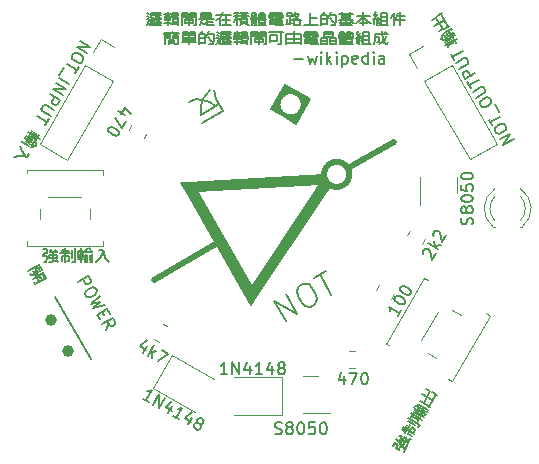
<source format=gbr>
%TF.GenerationSoftware,KiCad,Pcbnew,(6.0.5-0)*%
%TF.CreationDate,2022-06-08T15:30:44+08:00*%
%TF.ProjectId,dtl,64746c2e-6b69-4636-9164-5f7063625858,rev?*%
%TF.SameCoordinates,Original*%
%TF.FileFunction,Legend,Top*%
%TF.FilePolarity,Positive*%
%FSLAX46Y46*%
G04 Gerber Fmt 4.6, Leading zero omitted, Abs format (unit mm)*
G04 Created by KiCad (PCBNEW (6.0.5-0)) date 2022-06-08 15:30:44*
%MOMM*%
%LPD*%
G01*
G04 APERTURE LIST*
%ADD10C,0.529166*%
%ADD11C,0.200000*%
%ADD12C,0.150000*%
%ADD13C,0.120000*%
%ADD14C,1.000000*%
G04 APERTURE END LIST*
D10*
X154287624Y-57162346D02*
X154306729Y-57191923D01*
X153907597Y-56818224D02*
X153937541Y-56834874D01*
X153268190Y-58800442D02*
X153233743Y-58795266D01*
X152712024Y-56954422D02*
X152765217Y-56910919D01*
X153199587Y-56713858D02*
X153268191Y-56702389D01*
X153814686Y-58728658D02*
X153750417Y-58752972D01*
X154324917Y-57222251D02*
X154324917Y-57222251D01*
X152405430Y-57413452D02*
X152429799Y-57348308D01*
X152385490Y-58023121D02*
X152369983Y-57955976D01*
X154051536Y-58591913D02*
X153995742Y-58631801D01*
X153002065Y-58728656D02*
X152970605Y-58714969D01*
X152350042Y-57751417D02*
X152352258Y-57682933D01*
X153408375Y-58809752D02*
X153373016Y-58809162D01*
X153165744Y-58781588D02*
X153132239Y-58773116D01*
X154358151Y-57284499D02*
X154386952Y-57348310D01*
X152369983Y-57955976D02*
X152358907Y-57888159D01*
X154104726Y-56954422D02*
X154130285Y-56977492D01*
X154306729Y-57191923D02*
X154324917Y-57222251D01*
X153268191Y-56702389D02*
X153337850Y-56695429D01*
X152510022Y-58310908D02*
X152491831Y-58280584D01*
X152491831Y-58280584D02*
X152458601Y-58218334D01*
X153478901Y-58807404D02*
X153408375Y-58809752D01*
X154354633Y-57205097D02*
X158220227Y-54973293D01*
X153617163Y-56713857D02*
X153651005Y-56721244D01*
X153651005Y-56721244D02*
X153684513Y-56729716D01*
X152385490Y-57479708D02*
X152405430Y-57413452D01*
X153583007Y-56707567D02*
X153617163Y-56713857D01*
X154225058Y-57078258D02*
X154246764Y-57105498D01*
X154179214Y-57026206D02*
X154202534Y-57051824D01*
X154155124Y-57001424D02*
X154179214Y-57026206D01*
X152614216Y-57051818D02*
X152661627Y-57001426D01*
X154358150Y-58218332D02*
X154324920Y-58280582D01*
X152661628Y-58501406D02*
X152637538Y-58476625D01*
X153937541Y-56834874D02*
X153966931Y-56852481D01*
X153408376Y-56693083D02*
X153443736Y-56693672D01*
X152429801Y-58154523D02*
X152405430Y-58089379D01*
X153814687Y-56774176D02*
X153846146Y-56787864D01*
X152529125Y-58340486D02*
X152510022Y-58310908D01*
X154464494Y-57682936D02*
X154466708Y-57751418D01*
X154023949Y-56890517D02*
X154051534Y-56910918D01*
X152821008Y-56871034D02*
X152879209Y-56834873D01*
X152352258Y-57682933D02*
X152358905Y-57614672D01*
X153750417Y-58752972D02*
X153684512Y-58773114D01*
X153066332Y-56749858D02*
X153132238Y-56729719D01*
X152879209Y-58667961D02*
X152849820Y-58650354D01*
D11*
G36*
X140881443Y-58463017D02*
G01*
X152309729Y-57761892D01*
X152906107Y-58612871D01*
X146528645Y-68244257D01*
X146185951Y-68766721D01*
X140894286Y-59601283D01*
X140656822Y-59189984D01*
X141606674Y-59189984D01*
X146261687Y-67252703D01*
X151990381Y-58570096D01*
X141606674Y-59189984D01*
X140656822Y-59189984D01*
X140257631Y-58498566D01*
X140881443Y-58463017D01*
G37*
X140881443Y-58463017D02*
X152309729Y-57761892D01*
X152906107Y-58612871D01*
X146528645Y-68244257D01*
X146185951Y-68766721D01*
X140894286Y-59601283D01*
X140656822Y-59189984D01*
X141606674Y-59189984D01*
X146261687Y-67252703D01*
X151990381Y-58570096D01*
X141606674Y-59189984D01*
X140656822Y-59189984D01*
X140257631Y-58498566D01*
X140881443Y-58463017D01*
D10*
X154202533Y-58451012D02*
X154155124Y-58501406D01*
X154246764Y-57105498D02*
X154267628Y-57133533D01*
X153337849Y-58807405D02*
X153302899Y-58804490D01*
X152529126Y-57162346D02*
X152569983Y-57105498D01*
X154287625Y-58340487D02*
X154246767Y-58397335D01*
X153373016Y-58809162D02*
X153337849Y-58807405D01*
X152569987Y-58397335D02*
X152549123Y-58369302D01*
X153750416Y-56749860D02*
X153782770Y-56761502D01*
X152939624Y-56802551D02*
X153002066Y-56774175D01*
X153966931Y-56852481D02*
X153995742Y-56871033D01*
X153617162Y-58788977D02*
X153548560Y-58800443D01*
X152765218Y-58591913D02*
X152738284Y-58570608D01*
X152765217Y-56910919D02*
X152821008Y-56871034D01*
X154051534Y-56910918D02*
X154078468Y-56932224D01*
X152458601Y-58218334D02*
X152429801Y-58154523D01*
X152712025Y-58548414D02*
X152686465Y-58525340D01*
X154324920Y-58280582D02*
X154324920Y-58280582D01*
X154446769Y-57955978D02*
X154431262Y-58023125D01*
X152821009Y-58631799D02*
X152792799Y-58612314D01*
X152569983Y-57105498D02*
X152614216Y-57051818D01*
X154386951Y-58154525D02*
X154358150Y-58218332D01*
X152458600Y-57284501D02*
X152491831Y-57222249D01*
X154411321Y-58089381D02*
X154386951Y-58154525D01*
X154078468Y-56932224D02*
X154104726Y-56954422D01*
X153877126Y-58700284D02*
X153814686Y-58728658D01*
X153937542Y-58667959D02*
X153877126Y-58700284D01*
X152549123Y-58369302D02*
X152529125Y-58340486D01*
X152661627Y-57001426D02*
X152712024Y-56954422D01*
X154464493Y-57819899D02*
X154457845Y-57888161D01*
X152970605Y-58714969D02*
X152939625Y-58700282D01*
X154431261Y-57479710D02*
X154446769Y-57546856D01*
X152686465Y-58525340D02*
X152661628Y-58501406D01*
X152429799Y-57348308D02*
X152458600Y-57284501D01*
X153782770Y-56761502D02*
X153814687Y-56774176D01*
X153132239Y-58773116D02*
X153099092Y-58763571D01*
X152491831Y-57222249D02*
X152491831Y-57222249D01*
X154386952Y-57348310D02*
X154411322Y-57413452D01*
X153002066Y-56774175D02*
X153066332Y-56749858D01*
X153846146Y-56787864D02*
X153877126Y-56802552D01*
X153548560Y-58800443D02*
X153478901Y-58807404D01*
X153033982Y-58741330D02*
X153002065Y-58728656D01*
X152405430Y-58089379D02*
X152385490Y-58023121D01*
X154155124Y-58501406D02*
X154104725Y-58548413D01*
X143450927Y-63500350D02*
X137951667Y-66675352D01*
X153302899Y-58804490D02*
X153268190Y-58800442D01*
X152879209Y-56834873D02*
X152939624Y-56802551D01*
X153684512Y-58773114D02*
X153617162Y-58788977D01*
X153132238Y-56729719D02*
X153199587Y-56713858D01*
X153478903Y-56695426D02*
X153513853Y-56698337D01*
X154202534Y-57051824D02*
X154225058Y-57078258D01*
X153337850Y-56695429D02*
X153408376Y-56693083D01*
X152909153Y-58684609D02*
X152879209Y-58667961D01*
X153548561Y-56702389D02*
X153583007Y-56707567D01*
X154457846Y-57614671D02*
X154464494Y-57682936D01*
X154457845Y-57888161D02*
X154446769Y-57955978D01*
X153877126Y-56802552D02*
X153907597Y-56818224D01*
X153443736Y-56693672D02*
X153478903Y-56695426D01*
X153099092Y-58763571D02*
X153066332Y-58752970D01*
X154324917Y-57222251D02*
X154324917Y-57222251D01*
X152358905Y-57614672D02*
X152369983Y-57546859D01*
X153995742Y-58631801D02*
X153937542Y-58667959D01*
X153408376Y-56693083D02*
X153408376Y-56693083D01*
X152614218Y-58451013D02*
X152591693Y-58424574D01*
X154431262Y-58023125D02*
X154411321Y-58089381D01*
X152849820Y-58650354D02*
X152821009Y-58631799D01*
X152491831Y-57222249D02*
X152529126Y-57162346D01*
X153066332Y-58752970D02*
X153033982Y-58741330D01*
X152637538Y-58476625D02*
X152614218Y-58451013D01*
X153684513Y-56729716D02*
X153717660Y-56739262D01*
X152792799Y-58612314D02*
X152765218Y-58591913D01*
X152491831Y-58280584D02*
X152491831Y-58280584D01*
X153995742Y-56871033D02*
X154023949Y-56890517D01*
X152358907Y-57888159D02*
X152352258Y-57819899D01*
X153199589Y-58788975D02*
X153165744Y-58781588D01*
X154324917Y-57222251D02*
X154358151Y-57284499D01*
X152369983Y-57546859D02*
X152385490Y-57479708D01*
X153717660Y-56739262D02*
X153750416Y-56749860D01*
X152352258Y-57819899D02*
X152350042Y-57751417D01*
X154466708Y-57751418D02*
X154464493Y-57819899D01*
X154267628Y-57133533D02*
X154287624Y-57162346D01*
X152591693Y-58424574D02*
X152569987Y-58397335D01*
X153408375Y-58809752D02*
X153408375Y-58809752D01*
X152738284Y-58570608D02*
X152712025Y-58548414D01*
X154246767Y-58397335D02*
X154202533Y-58451012D01*
X154446769Y-57546856D02*
X154457846Y-57614671D01*
X154324920Y-58280582D02*
X154287625Y-58340487D01*
X152939625Y-58700282D02*
X152909153Y-58684609D01*
X154130285Y-56977492D02*
X154155124Y-57001424D01*
X153513853Y-56698337D02*
X153548561Y-56702389D01*
X154104725Y-58548413D02*
X154051536Y-58591913D01*
X154411322Y-57413452D02*
X154431261Y-57479710D01*
X153233743Y-58795266D02*
X153199589Y-58788975D01*
D12*
G36*
X149024754Y-50145644D02*
G01*
X151170338Y-51384398D01*
X149975247Y-53454357D01*
X148916528Y-52843106D01*
X147829662Y-52215603D01*
X148060053Y-51816555D01*
X148561880Y-51816555D01*
X148562448Y-51845293D01*
X148563942Y-51873669D01*
X148566365Y-51901701D01*
X148569713Y-51929411D01*
X148573990Y-51956817D01*
X148579193Y-51983941D01*
X148585324Y-52010800D01*
X148592382Y-52037416D01*
X148594245Y-52044230D01*
X148595937Y-52050924D01*
X148597453Y-52057458D01*
X148598790Y-52063796D01*
X148599945Y-52069899D01*
X148600913Y-52075731D01*
X148601690Y-52081253D01*
X148602275Y-52086428D01*
X148602661Y-52091219D01*
X148602847Y-52095588D01*
X148602828Y-52099495D01*
X148602600Y-52102906D01*
X148602160Y-52105782D01*
X148601504Y-52108084D01*
X148601093Y-52109009D01*
X148600628Y-52109776D01*
X148600108Y-52110382D01*
X148599530Y-52110821D01*
X148598392Y-52111408D01*
X148597404Y-52111970D01*
X148596563Y-52112502D01*
X148595872Y-52113001D01*
X148595581Y-52113238D01*
X148595329Y-52113465D01*
X148595114Y-52113682D01*
X148594936Y-52113890D01*
X148594795Y-52114086D01*
X148594692Y-52114272D01*
X148594626Y-52114447D01*
X148594598Y-52114609D01*
X148594607Y-52114761D01*
X148594654Y-52114898D01*
X148594738Y-52115023D01*
X148594860Y-52115135D01*
X148595020Y-52115233D01*
X148595216Y-52115316D01*
X148595451Y-52115386D01*
X148595723Y-52115440D01*
X148596034Y-52115479D01*
X148596381Y-52115501D01*
X148596767Y-52115507D01*
X148597190Y-52115498D01*
X148598150Y-52115426D01*
X148599262Y-52115283D01*
X148599885Y-52115274D01*
X148600565Y-52115426D01*
X148601300Y-52115735D01*
X148602088Y-52116197D01*
X148602924Y-52116808D01*
X148603809Y-52117565D01*
X148604739Y-52118465D01*
X148605712Y-52119502D01*
X148607775Y-52121977D01*
X148609983Y-52124961D01*
X148612315Y-52128425D01*
X148614751Y-52132339D01*
X148617273Y-52136673D01*
X148619862Y-52141399D01*
X148622499Y-52146485D01*
X148625166Y-52151904D01*
X148627842Y-52157625D01*
X148630509Y-52163618D01*
X148633149Y-52169855D01*
X148635741Y-52176305D01*
X148642884Y-52193160D01*
X148651506Y-52211308D01*
X148661460Y-52230535D01*
X148672606Y-52250634D01*
X148684796Y-52271395D01*
X148697891Y-52292608D01*
X148711744Y-52314066D01*
X148726213Y-52335556D01*
X148741153Y-52356871D01*
X148756421Y-52377802D01*
X148771873Y-52398138D01*
X148787365Y-52417669D01*
X148802754Y-52436188D01*
X148817897Y-52453484D01*
X148832648Y-52469348D01*
X148846866Y-52483571D01*
X148864312Y-52499637D01*
X148873330Y-52507442D01*
X148882643Y-52515163D01*
X148892330Y-52522853D01*
X148902466Y-52530563D01*
X148913125Y-52538346D01*
X148924385Y-52546255D01*
X148949012Y-52562652D01*
X148976951Y-52580172D01*
X149008810Y-52599231D01*
X149045198Y-52620243D01*
X149086580Y-52643658D01*
X149121001Y-52662487D01*
X149150263Y-52677489D01*
X149163521Y-52683793D01*
X149176165Y-52689426D01*
X149188418Y-52694482D01*
X149200505Y-52699056D01*
X149212651Y-52703244D01*
X149225081Y-52707141D01*
X149251694Y-52714441D01*
X149282141Y-52721715D01*
X149346224Y-52734453D01*
X149410132Y-52742918D01*
X149473717Y-52747157D01*
X149536827Y-52747217D01*
X149599311Y-52743144D01*
X149661020Y-52734983D01*
X149721805Y-52722781D01*
X149781512Y-52706583D01*
X149839996Y-52686437D01*
X149897104Y-52662388D01*
X149952685Y-52634483D01*
X150006591Y-52602768D01*
X150058671Y-52567289D01*
X150108774Y-52528090D01*
X150156752Y-52485222D01*
X150202452Y-52438727D01*
X150215195Y-52423853D01*
X150229067Y-52405761D01*
X150243836Y-52384873D01*
X150259276Y-52361610D01*
X150291249Y-52309646D01*
X150323155Y-52253238D01*
X150353161Y-52195759D01*
X150379438Y-52140580D01*
X150390606Y-52114906D01*
X150400154Y-52091072D01*
X150407854Y-52069498D01*
X150413477Y-52050606D01*
X150413596Y-52050675D01*
X150422863Y-52011004D01*
X150430329Y-51970586D01*
X150436011Y-51929562D01*
X150439921Y-51888075D01*
X150442072Y-51846266D01*
X150442479Y-51804279D01*
X150441154Y-51762253D01*
X150438109Y-51720334D01*
X150433360Y-51678660D01*
X150426920Y-51637378D01*
X150418800Y-51596625D01*
X150409016Y-51556545D01*
X150397581Y-51517281D01*
X150384507Y-51478975D01*
X150369809Y-51441767D01*
X150353500Y-51405802D01*
X150335095Y-51369422D01*
X150315862Y-51334556D01*
X150295742Y-51301145D01*
X150274678Y-51269132D01*
X150252611Y-51238456D01*
X150229486Y-51209060D01*
X150205244Y-51180885D01*
X150179826Y-51153871D01*
X150153177Y-51127962D01*
X150125237Y-51103098D01*
X150095950Y-51079221D01*
X150065259Y-51056270D01*
X150033104Y-51034190D01*
X149999429Y-51012920D01*
X149964176Y-50992401D01*
X149927287Y-50972577D01*
X149902493Y-50960012D01*
X149878556Y-50948441D01*
X149855344Y-50937823D01*
X149832725Y-50928122D01*
X149810566Y-50919302D01*
X149788733Y-50911322D01*
X149767095Y-50904148D01*
X149745521Y-50897743D01*
X149723874Y-50892067D01*
X149702024Y-50887084D01*
X149679839Y-50882757D01*
X149657185Y-50879049D01*
X149633930Y-50875922D01*
X149609941Y-50873338D01*
X149585085Y-50871261D01*
X149559230Y-50869653D01*
X149510178Y-50868116D01*
X149462109Y-50868742D01*
X149414978Y-50871547D01*
X149368741Y-50876546D01*
X149323353Y-50883756D01*
X149278770Y-50893192D01*
X149234947Y-50904868D01*
X149191839Y-50918803D01*
X149149402Y-50935011D01*
X149107591Y-50953508D01*
X149066360Y-50974309D01*
X149025668Y-50997431D01*
X148985465Y-51022889D01*
X148945712Y-51050698D01*
X148906360Y-51080875D01*
X148867367Y-51113435D01*
X148840602Y-51136976D01*
X148829255Y-51147309D01*
X148818969Y-51157077D01*
X148809520Y-51166570D01*
X148800685Y-51176079D01*
X148792240Y-51185899D01*
X148783963Y-51196321D01*
X148775633Y-51207638D01*
X148767024Y-51220142D01*
X148757913Y-51234123D01*
X148748080Y-51249877D01*
X148725347Y-51287870D01*
X148697041Y-51336456D01*
X148671114Y-51381577D01*
X148650378Y-51418724D01*
X148634040Y-51449631D01*
X148621313Y-51476030D01*
X148616057Y-51488081D01*
X148611407Y-51499656D01*
X148607264Y-51510969D01*
X148603531Y-51522239D01*
X148596898Y-51545515D01*
X148590717Y-51571215D01*
X148583867Y-51603568D01*
X148577945Y-51635400D01*
X148572949Y-51666730D01*
X148568881Y-51697578D01*
X148565740Y-51727965D01*
X148563525Y-51757911D01*
X148562239Y-51787434D01*
X148561880Y-51816555D01*
X148060053Y-51816555D01*
X149024754Y-50145644D01*
G37*
X149024754Y-50145644D02*
X151170338Y-51384398D01*
X149975247Y-53454357D01*
X148916528Y-52843106D01*
X147829662Y-52215603D01*
X148060053Y-51816555D01*
X148561880Y-51816555D01*
X148562448Y-51845293D01*
X148563942Y-51873669D01*
X148566365Y-51901701D01*
X148569713Y-51929411D01*
X148573990Y-51956817D01*
X148579193Y-51983941D01*
X148585324Y-52010800D01*
X148592382Y-52037416D01*
X148594245Y-52044230D01*
X148595937Y-52050924D01*
X148597453Y-52057458D01*
X148598790Y-52063796D01*
X148599945Y-52069899D01*
X148600913Y-52075731D01*
X148601690Y-52081253D01*
X148602275Y-52086428D01*
X148602661Y-52091219D01*
X148602847Y-52095588D01*
X148602828Y-52099495D01*
X148602600Y-52102906D01*
X148602160Y-52105782D01*
X148601504Y-52108084D01*
X148601093Y-52109009D01*
X148600628Y-52109776D01*
X148600108Y-52110382D01*
X148599530Y-52110821D01*
X148598392Y-52111408D01*
X148597404Y-52111970D01*
X148596563Y-52112502D01*
X148595872Y-52113001D01*
X148595581Y-52113238D01*
X148595329Y-52113465D01*
X148595114Y-52113682D01*
X148594936Y-52113890D01*
X148594795Y-52114086D01*
X148594692Y-52114272D01*
X148594626Y-52114447D01*
X148594598Y-52114609D01*
X148594607Y-52114761D01*
X148594654Y-52114898D01*
X148594738Y-52115023D01*
X148594860Y-52115135D01*
X148595020Y-52115233D01*
X148595216Y-52115316D01*
X148595451Y-52115386D01*
X148595723Y-52115440D01*
X148596034Y-52115479D01*
X148596381Y-52115501D01*
X148596767Y-52115507D01*
X148597190Y-52115498D01*
X148598150Y-52115426D01*
X148599262Y-52115283D01*
X148599885Y-52115274D01*
X148600565Y-52115426D01*
X148601300Y-52115735D01*
X148602088Y-52116197D01*
X148602924Y-52116808D01*
X148603809Y-52117565D01*
X148604739Y-52118465D01*
X148605712Y-52119502D01*
X148607775Y-52121977D01*
X148609983Y-52124961D01*
X148612315Y-52128425D01*
X148614751Y-52132339D01*
X148617273Y-52136673D01*
X148619862Y-52141399D01*
X148622499Y-52146485D01*
X148625166Y-52151904D01*
X148627842Y-52157625D01*
X148630509Y-52163618D01*
X148633149Y-52169855D01*
X148635741Y-52176305D01*
X148642884Y-52193160D01*
X148651506Y-52211308D01*
X148661460Y-52230535D01*
X148672606Y-52250634D01*
X148684796Y-52271395D01*
X148697891Y-52292608D01*
X148711744Y-52314066D01*
X148726213Y-52335556D01*
X148741153Y-52356871D01*
X148756421Y-52377802D01*
X148771873Y-52398138D01*
X148787365Y-52417669D01*
X148802754Y-52436188D01*
X148817897Y-52453484D01*
X148832648Y-52469348D01*
X148846866Y-52483571D01*
X148864312Y-52499637D01*
X148873330Y-52507442D01*
X148882643Y-52515163D01*
X148892330Y-52522853D01*
X148902466Y-52530563D01*
X148913125Y-52538346D01*
X148924385Y-52546255D01*
X148949012Y-52562652D01*
X148976951Y-52580172D01*
X149008810Y-52599231D01*
X149045198Y-52620243D01*
X149086580Y-52643658D01*
X149121001Y-52662487D01*
X149150263Y-52677489D01*
X149163521Y-52683793D01*
X149176165Y-52689426D01*
X149188418Y-52694482D01*
X149200505Y-52699056D01*
X149212651Y-52703244D01*
X149225081Y-52707141D01*
X149251694Y-52714441D01*
X149282141Y-52721715D01*
X149346224Y-52734453D01*
X149410132Y-52742918D01*
X149473717Y-52747157D01*
X149536827Y-52747217D01*
X149599311Y-52743144D01*
X149661020Y-52734983D01*
X149721805Y-52722781D01*
X149781512Y-52706583D01*
X149839996Y-52686437D01*
X149897104Y-52662388D01*
X149952685Y-52634483D01*
X150006591Y-52602768D01*
X150058671Y-52567289D01*
X150108774Y-52528090D01*
X150156752Y-52485222D01*
X150202452Y-52438727D01*
X150215195Y-52423853D01*
X150229067Y-52405761D01*
X150243836Y-52384873D01*
X150259276Y-52361610D01*
X150291249Y-52309646D01*
X150323155Y-52253238D01*
X150353161Y-52195759D01*
X150379438Y-52140580D01*
X150390606Y-52114906D01*
X150400154Y-52091072D01*
X150407854Y-52069498D01*
X150413477Y-52050606D01*
X150413596Y-52050675D01*
X150422863Y-52011004D01*
X150430329Y-51970586D01*
X150436011Y-51929562D01*
X150439921Y-51888075D01*
X150442072Y-51846266D01*
X150442479Y-51804279D01*
X150441154Y-51762253D01*
X150438109Y-51720334D01*
X150433360Y-51678660D01*
X150426920Y-51637378D01*
X150418800Y-51596625D01*
X150409016Y-51556545D01*
X150397581Y-51517281D01*
X150384507Y-51478975D01*
X150369809Y-51441767D01*
X150353500Y-51405802D01*
X150335095Y-51369422D01*
X150315862Y-51334556D01*
X150295742Y-51301145D01*
X150274678Y-51269132D01*
X150252611Y-51238456D01*
X150229486Y-51209060D01*
X150205244Y-51180885D01*
X150179826Y-51153871D01*
X150153177Y-51127962D01*
X150125237Y-51103098D01*
X150095950Y-51079221D01*
X150065259Y-51056270D01*
X150033104Y-51034190D01*
X149999429Y-51012920D01*
X149964176Y-50992401D01*
X149927287Y-50972577D01*
X149902493Y-50960012D01*
X149878556Y-50948441D01*
X149855344Y-50937823D01*
X149832725Y-50928122D01*
X149810566Y-50919302D01*
X149788733Y-50911322D01*
X149767095Y-50904148D01*
X149745521Y-50897743D01*
X149723874Y-50892067D01*
X149702024Y-50887084D01*
X149679839Y-50882757D01*
X149657185Y-50879049D01*
X149633930Y-50875922D01*
X149609941Y-50873338D01*
X149585085Y-50871261D01*
X149559230Y-50869653D01*
X149510178Y-50868116D01*
X149462109Y-50868742D01*
X149414978Y-50871547D01*
X149368741Y-50876546D01*
X149323353Y-50883756D01*
X149278770Y-50893192D01*
X149234947Y-50904868D01*
X149191839Y-50918803D01*
X149149402Y-50935011D01*
X149107591Y-50953508D01*
X149066360Y-50974309D01*
X149025668Y-50997431D01*
X148985465Y-51022889D01*
X148945712Y-51050698D01*
X148906360Y-51080875D01*
X148867367Y-51113435D01*
X148840602Y-51136976D01*
X148829255Y-51147309D01*
X148818969Y-51157077D01*
X148809520Y-51166570D01*
X148800685Y-51176079D01*
X148792240Y-51185899D01*
X148783963Y-51196321D01*
X148775633Y-51207638D01*
X148767024Y-51220142D01*
X148757913Y-51234123D01*
X148748080Y-51249877D01*
X148725347Y-51287870D01*
X148697041Y-51336456D01*
X148671114Y-51381577D01*
X148650378Y-51418724D01*
X148634040Y-51449631D01*
X148621313Y-51476030D01*
X148616057Y-51488081D01*
X148611407Y-51499656D01*
X148607264Y-51510969D01*
X148603531Y-51522239D01*
X148596898Y-51545515D01*
X148590717Y-51571215D01*
X148583867Y-51603568D01*
X148577945Y-51635400D01*
X148572949Y-51666730D01*
X148568881Y-51697578D01*
X148565740Y-51727965D01*
X148563525Y-51757911D01*
X148562239Y-51787434D01*
X148561880Y-51816555D01*
X148060053Y-51816555D01*
X149024754Y-50145644D01*
X149090415Y-70174022D02*
X148090415Y-68441972D01*
X150080159Y-69602594D01*
X149080159Y-67870543D01*
X150234859Y-67203876D02*
X150564774Y-67013400D01*
X150777350Y-67000641D01*
X151037545Y-67070360D01*
X151310500Y-67352655D01*
X151643833Y-67930006D01*
X151751831Y-68307539D01*
X151682112Y-68567734D01*
X151564774Y-68745451D01*
X151234859Y-68935927D01*
X151022283Y-68948687D01*
X150762087Y-68878968D01*
X150489133Y-68596672D01*
X150155799Y-68019322D01*
X150047802Y-67641788D01*
X150117521Y-67381593D01*
X150234859Y-67203876D01*
X151472038Y-66489591D02*
X152461782Y-65918162D01*
X152966910Y-67935927D02*
X151966910Y-66203876D01*
X128223488Y-54454060D02*
X127985393Y-54866453D01*
X127742628Y-55001221D02*
X127575961Y-55289896D01*
X127911004Y-54328632D02*
X127720528Y-54658547D01*
X127484142Y-54687027D02*
X127365094Y-54893223D01*
X127746047Y-54233394D02*
X127555570Y-54563309D01*
X127360424Y-54615598D02*
X127241376Y-54821795D01*
X127604899Y-54096917D02*
X127366804Y-54509310D01*
X126874893Y-54885134D02*
X126803464Y-55008852D01*
X128075961Y-54423870D02*
X127746047Y-54233394D01*
X128269398Y-54755494D02*
X127279655Y-54184066D01*
X128075961Y-54423870D02*
X127861675Y-54795024D01*
X127531761Y-54604548D01*
X127649099Y-54782265D02*
X127112988Y-54472741D01*
X127434813Y-55153418D02*
X127063660Y-54939133D01*
X127380814Y-55342185D02*
X126803464Y-55008852D01*
X127936065Y-55332845D02*
X127504532Y-55413614D01*
X127959874Y-55291605D02*
X127837866Y-54836263D01*
X127649099Y-54782265D02*
X127530051Y-54988461D01*
X126993940Y-54678937D01*
X127041559Y-54596459D01*
X127383775Y-56003723D02*
X127217109Y-56292399D01*
X126922054Y-56232020D01*
X126520711Y-56165262D01*
X126065369Y-56287270D01*
X127134630Y-56244780D02*
X126911004Y-56060683D01*
X126734996Y-55794108D01*
X126612988Y-55338766D01*
X137704761Y-44237619D02*
X138514285Y-44237619D01*
X138133333Y-44475714D02*
X138561904Y-44475714D01*
X138133333Y-44618571D02*
X138514285Y-44618571D01*
X137609523Y-44713809D02*
X137990476Y-44713809D01*
X138133333Y-44809047D02*
X138514285Y-44809047D01*
X138133333Y-44951904D02*
X138561904Y-44951904D01*
X137752380Y-45142380D02*
X138561904Y-45142380D01*
X137704761Y-44047142D02*
X137704761Y-44237619D01*
X137847619Y-44666190D02*
X137847619Y-45047142D01*
X138180952Y-44380476D02*
X138180952Y-45047142D01*
X138371428Y-44380476D02*
X138371428Y-44951904D01*
X137371428Y-44047142D02*
X137514285Y-44190000D01*
X137895238Y-44570952D02*
X138038095Y-44713809D01*
X137657142Y-44428095D02*
X137800000Y-44523333D01*
X137371428Y-44332857D02*
X137514285Y-44428095D01*
X137323809Y-44618571D02*
X137514285Y-44618571D01*
X137466666Y-44999523D01*
X137323809Y-45142380D01*
X137800000Y-44332857D02*
X137704761Y-44428095D01*
X137942857Y-44428095D02*
X137657142Y-44666190D01*
X137942857Y-44761428D02*
X137990476Y-44904285D01*
X137657142Y-44761428D02*
X137657142Y-44951904D01*
X138180952Y-44285238D02*
X138038095Y-44570952D01*
X137942857Y-44047142D02*
X137942857Y-44237619D01*
X138228571Y-44047142D02*
X138228571Y-44237619D01*
X137704761Y-44047142D02*
X138514285Y-44047142D01*
X138466666Y-44237619D01*
X137466666Y-44999523D02*
X137704761Y-45094761D01*
X137990476Y-45142380D01*
X138800000Y-44190000D02*
X139371428Y-44190000D01*
X139466666Y-44285238D02*
X139942857Y-44285238D01*
X138847619Y-44523333D02*
X139323809Y-44523333D01*
X139514285Y-44618571D02*
X139942857Y-44618571D01*
X138847619Y-44713809D02*
X139323809Y-44713809D01*
X139514285Y-44809047D02*
X139942857Y-44809047D01*
X138800000Y-44904285D02*
X139371428Y-44904285D01*
X139466666Y-44999523D02*
X139942857Y-44999523D01*
X139371428Y-45047142D02*
X139800000Y-45047142D01*
X138847619Y-44332857D02*
X138847619Y-44713809D01*
X139085714Y-43999523D02*
X139085714Y-45142380D01*
X138847619Y-44332857D02*
X139323809Y-44332857D01*
X139323809Y-44713809D01*
X139466666Y-44047142D02*
X139466666Y-44285238D01*
X139514285Y-44428095D02*
X139514285Y-44999523D01*
X139419047Y-44428095D02*
X139990476Y-44428095D01*
X139942857Y-45142380D01*
X139466666Y-44047142D02*
X139942857Y-44047142D01*
X139942857Y-44285238D01*
X140276190Y-44237619D02*
X140752380Y-44237619D01*
X140990476Y-44237619D02*
X141514285Y-44237619D01*
X140276190Y-44428095D02*
X140752380Y-44428095D01*
X140990476Y-44428095D02*
X141514285Y-44428095D01*
X140561904Y-44713809D02*
X141228571Y-44713809D01*
X140561904Y-44904285D02*
X141228571Y-44904285D01*
X141323809Y-45142380D02*
X141514285Y-45142380D01*
X140276190Y-44094761D02*
X140276190Y-45142380D01*
X140561904Y-44570952D02*
X140561904Y-44951904D01*
X140276190Y-44094761D02*
X140800000Y-44094761D01*
X140800000Y-44428095D01*
X140895238Y-44570952D02*
X140895238Y-45142380D01*
X140990476Y-44094761D02*
X140990476Y-44428095D01*
X140561904Y-44570952D02*
X141228571Y-44570952D01*
X141228571Y-44951904D01*
X140990476Y-44094761D02*
X141514285Y-44094761D01*
X141514285Y-45142380D01*
X141942857Y-44237619D02*
X142800000Y-44237619D01*
X141942857Y-44428095D02*
X142800000Y-44428095D01*
X141752380Y-44618571D02*
X142990476Y-44618571D01*
X142371428Y-44856666D02*
X142895238Y-44856666D01*
X141942857Y-44094761D02*
X141942857Y-44428095D01*
X142419047Y-44618571D02*
X142419047Y-45094761D01*
X141942857Y-44094761D02*
X142800000Y-44094761D01*
X142800000Y-44428095D01*
X142038095Y-44713809D02*
X141800000Y-45142380D01*
X141942857Y-44904285D02*
X142180952Y-45047142D01*
X142609523Y-45142380D01*
X143038095Y-45142380D01*
X143228571Y-44237619D02*
X144466666Y-44237619D01*
X143704761Y-44666190D02*
X144371428Y-44666190D01*
X143657142Y-45142380D02*
X144419047Y-45142380D01*
X143514285Y-44523333D02*
X143514285Y-45142380D01*
X144038095Y-44332857D02*
X144038095Y-45142380D01*
X143752380Y-43999523D02*
X143514285Y-44523333D01*
X143228571Y-44713809D01*
X145228571Y-44094761D02*
X145895238Y-44094761D01*
X145276190Y-44237619D02*
X145847619Y-44237619D01*
X144752380Y-44380476D02*
X145942857Y-44380476D01*
X145276190Y-44618571D02*
X145847619Y-44618571D01*
X145276190Y-44809047D02*
X145847619Y-44809047D01*
X145276190Y-44951904D02*
X145847619Y-44951904D01*
X144990476Y-44094761D02*
X144990476Y-45142380D01*
X145276190Y-44475714D02*
X145276190Y-44951904D01*
X145561904Y-43999523D02*
X145561904Y-44332857D01*
X145276190Y-44475714D02*
X145847619Y-44475714D01*
X145847619Y-44951904D01*
X144990476Y-44475714D02*
X145180952Y-44713809D01*
X145704761Y-45047142D02*
X145942857Y-45142380D01*
X144990476Y-44380476D02*
X144752380Y-44856666D01*
X145419047Y-44999523D02*
X145180952Y-45142380D01*
X145133333Y-44047142D02*
X144752380Y-44094761D01*
X146419047Y-44237619D02*
X146609523Y-44237619D01*
X146800000Y-44285238D02*
X147371428Y-44285238D01*
X146800000Y-44475714D02*
X147371428Y-44475714D01*
X146704761Y-44570952D02*
X147419047Y-44570952D01*
X146276190Y-44761428D02*
X146609523Y-44761428D01*
X146800000Y-44904285D02*
X147323809Y-44904285D01*
X146276190Y-44904285D02*
X146609523Y-44904285D01*
X146704761Y-45142380D02*
X147419047Y-45142380D01*
X146419047Y-45142380D02*
X146561904Y-45142380D01*
X146276190Y-44570952D02*
X146276190Y-45142380D01*
X146276190Y-44047142D02*
X146609523Y-44047142D01*
X146609523Y-44428095D01*
X146276190Y-44570952D02*
X146609523Y-44570952D01*
X146609523Y-45142380D01*
X146276190Y-44047142D02*
X146228571Y-44428095D01*
X146657142Y-44428095D01*
X146657142Y-44570952D01*
X146800000Y-44142380D02*
X146800000Y-44475714D01*
X146800000Y-44713809D02*
X146800000Y-44904285D01*
X146990476Y-43999523D02*
X146990476Y-44475714D01*
X147180952Y-43999523D02*
X147180952Y-44475714D01*
X146800000Y-44713809D02*
X147323809Y-44713809D01*
X147323809Y-44904285D01*
X146800000Y-44142380D02*
X147371428Y-44142380D01*
X147371428Y-44475714D01*
X146942857Y-44951904D02*
X146942857Y-45142380D01*
X147180952Y-44951904D02*
X147180952Y-45142380D01*
X146180952Y-44428095D02*
X146180952Y-44570952D01*
X146419047Y-44237619D02*
X146419047Y-44428095D01*
X147752380Y-44094761D02*
X148752380Y-44094761D01*
X147800000Y-44380476D02*
X148085714Y-44380476D01*
X148371428Y-44380476D02*
X148704761Y-44380476D01*
X147752380Y-44523333D02*
X148085714Y-44523333D01*
X148371428Y-44523333D02*
X148752380Y-44523333D01*
X147800000Y-44809047D02*
X148752380Y-44809047D01*
X147800000Y-44999523D02*
X148752380Y-44999523D01*
X148276190Y-45142380D02*
X148847619Y-45142380D01*
X147657142Y-44237619D02*
X147657142Y-44428095D01*
X147800000Y-44666190D02*
X147800000Y-45047142D01*
X148228571Y-44094761D02*
X148228571Y-44570952D01*
X148276190Y-44666190D02*
X148276190Y-45142380D01*
X147800000Y-44666190D02*
X148752380Y-44666190D01*
X148752380Y-44999523D01*
X147657142Y-44237619D02*
X148847619Y-44237619D01*
X148847619Y-44428095D01*
X148895238Y-44999523D02*
X148847619Y-45142380D01*
X149180952Y-44380476D02*
X149609523Y-44380476D01*
X149419047Y-44666190D02*
X149609523Y-44666190D01*
X149800000Y-45094761D02*
X150276190Y-45094761D01*
X149180952Y-44047142D02*
X149180952Y-44380476D01*
X149228571Y-44618571D02*
X149228571Y-45047142D01*
X149419047Y-44380476D02*
X149419047Y-44999523D01*
X149180952Y-44047142D02*
X149609523Y-44047142D01*
X149609523Y-44380476D01*
X149800000Y-44666190D02*
X149800000Y-45142380D01*
X149800000Y-44713809D02*
X150323809Y-44713809D01*
X150276190Y-45142380D01*
X149800000Y-44237619D02*
X149657142Y-44380476D01*
X149847619Y-44190000D02*
X149895238Y-44380476D01*
X150180952Y-44666190D01*
X150371428Y-44713809D01*
X149895238Y-43999523D02*
X149752380Y-44332857D01*
X149847619Y-44142380D02*
X150228571Y-44142380D01*
X150133333Y-44380476D01*
X149847619Y-44618571D01*
X149609523Y-44713809D01*
X149609523Y-44951904D02*
X149133333Y-45047142D01*
X151180952Y-44475714D02*
X151752380Y-44475714D01*
X150609523Y-45142380D02*
X151847619Y-45142380D01*
X151180952Y-44047142D02*
X151180952Y-45142380D01*
X152085714Y-44618571D02*
X152561904Y-44618571D01*
X152085714Y-45047142D02*
X152561904Y-45047142D01*
X152942857Y-45142380D02*
X153228571Y-45142380D01*
X152085714Y-44237619D02*
X152085714Y-45142380D01*
X152085714Y-44237619D02*
X152561904Y-44237619D01*
X152561904Y-45047142D01*
X152847619Y-44523333D02*
X153085714Y-44809047D01*
X152323809Y-43999523D02*
X152228571Y-44237619D01*
X152895238Y-43999523D02*
X152657142Y-44475714D01*
X152800000Y-44237619D02*
X153323809Y-44237619D01*
X153323809Y-44713809D01*
X153228571Y-45142380D01*
X153609523Y-44190000D02*
X154752380Y-44190000D01*
X153895238Y-44332857D02*
X154514285Y-44332857D01*
X153895238Y-44523333D02*
X154514285Y-44523333D01*
X153561904Y-44666190D02*
X154800000Y-44666190D01*
X153847619Y-44904285D02*
X154514285Y-44904285D01*
X153657142Y-45142380D02*
X154704761Y-45142380D01*
X154180952Y-44761428D02*
X154180952Y-45142380D01*
X153895238Y-43999523D02*
X153895238Y-44666190D01*
X153657142Y-44951904D01*
X154514285Y-43999523D02*
X154514285Y-44666190D01*
X154609523Y-44856666D01*
X154847619Y-44951904D01*
X155085714Y-44332857D02*
X156228571Y-44332857D01*
X155371428Y-44904285D02*
X155942857Y-44904285D01*
X155657142Y-43999523D02*
X155657142Y-45142380D01*
X155657142Y-44332857D02*
X155561904Y-44475714D01*
X155180952Y-44856666D01*
X155038095Y-44904285D01*
X155657142Y-44332857D02*
X155752380Y-44523333D01*
X156085714Y-44809047D01*
X156276190Y-44904285D01*
X157133333Y-44428095D02*
X157657142Y-44428095D01*
X156514285Y-44618571D02*
X156990476Y-44618571D01*
X157133333Y-44761428D02*
X157657142Y-44761428D01*
X156990476Y-45094761D02*
X157752380Y-45094761D01*
X156800000Y-44570952D02*
X156800000Y-45142380D01*
X157133333Y-44094761D02*
X157133333Y-45094761D01*
X157133333Y-44094761D02*
X157657142Y-44094761D01*
X157657142Y-45094761D01*
X156561904Y-44237619D02*
X156752380Y-44380476D01*
X156561904Y-44618571D01*
X156942857Y-44761428D02*
X156990476Y-44951904D01*
X156895238Y-44428095D02*
X156990476Y-44666190D01*
X156704761Y-43999523D02*
X156609523Y-44285238D01*
X156895238Y-44142380D02*
X156752380Y-44380476D01*
X156609523Y-44713809D02*
X156561904Y-45047142D01*
X158514285Y-44332857D02*
X159180952Y-44332857D01*
X158371428Y-44666190D02*
X159228571Y-44666190D01*
X158228571Y-44237619D02*
X158228571Y-45142380D01*
X158800000Y-43999523D02*
X158800000Y-45142380D01*
X158561904Y-44094761D02*
X158419047Y-44475714D01*
X158323809Y-44047142D02*
X158133333Y-44380476D01*
X157990476Y-44523333D01*
X138942857Y-45752380D02*
X139371428Y-45752380D01*
X139466666Y-45752380D02*
X140038095Y-45752380D01*
X138895238Y-46085714D02*
X139323809Y-46085714D01*
X139514285Y-46085714D02*
X139990476Y-46085714D01*
X138895238Y-46228571D02*
X139323809Y-46228571D01*
X139514285Y-46228571D02*
X139990476Y-46228571D01*
X139180952Y-46514285D02*
X139657142Y-46514285D01*
X139180952Y-46657142D02*
X139657142Y-46657142D01*
X139752380Y-46752380D02*
X139990476Y-46752380D01*
X138895238Y-45942857D02*
X138895238Y-46752380D01*
X139180952Y-46371428D02*
X139180952Y-46704761D01*
X138895238Y-45942857D02*
X139323809Y-45942857D01*
X139323809Y-46228571D01*
X139514285Y-45942857D02*
X139514285Y-46228571D01*
X139180952Y-46371428D02*
X139657142Y-46371428D01*
X139657142Y-46657142D01*
X139514285Y-45942857D02*
X139990476Y-45942857D01*
X139990476Y-46752380D01*
X139038095Y-45752380D02*
X139085714Y-45847619D01*
X139609523Y-45752380D02*
X139752380Y-45847619D01*
X138942857Y-45704761D02*
X138800000Y-45847619D01*
X139561904Y-45657142D02*
X139323809Y-45847619D01*
X140419047Y-45895238D02*
X140800000Y-45895238D01*
X140990476Y-45895238D02*
X141419047Y-45895238D01*
X140419047Y-46180952D02*
X141371428Y-46180952D01*
X140419047Y-46371428D02*
X141371428Y-46371428D01*
X140276190Y-46561904D02*
X141514285Y-46561904D01*
X140419047Y-45657142D02*
X140419047Y-45895238D01*
X140419047Y-45990476D02*
X140419047Y-46371428D01*
X140419047Y-45657142D02*
X140800000Y-45657142D01*
X140800000Y-45895238D01*
X140895238Y-45990476D02*
X140895238Y-46752380D01*
X140990476Y-45657142D02*
X140990476Y-45895238D01*
X140419047Y-45990476D02*
X141371428Y-45990476D01*
X141371428Y-46371428D01*
X140990476Y-45657142D02*
X141419047Y-45657142D01*
X141419047Y-45895238D01*
X141752380Y-46228571D02*
X142228571Y-46228571D01*
X141752380Y-46657142D02*
X142228571Y-46657142D01*
X142609523Y-46752380D02*
X142895238Y-46752380D01*
X141752380Y-45847619D02*
X141752380Y-46752380D01*
X141752380Y-45847619D02*
X142228571Y-45847619D01*
X142228571Y-46657142D01*
X142514285Y-46133333D02*
X142752380Y-46419047D01*
X141990476Y-45609523D02*
X141895238Y-45847619D01*
X142561904Y-45609523D02*
X142323809Y-46085714D01*
X142466666Y-45847619D02*
X142990476Y-45847619D01*
X142990476Y-46323809D01*
X142895238Y-46752380D01*
X143609523Y-45847619D02*
X144419047Y-45847619D01*
X144038095Y-46085714D02*
X144466666Y-46085714D01*
X144038095Y-46228571D02*
X144419047Y-46228571D01*
X143514285Y-46323809D02*
X143895238Y-46323809D01*
X144038095Y-46419047D02*
X144419047Y-46419047D01*
X144038095Y-46561904D02*
X144466666Y-46561904D01*
X143657142Y-46752380D02*
X144466666Y-46752380D01*
X143609523Y-45657142D02*
X143609523Y-45847619D01*
X143752380Y-46276190D02*
X143752380Y-46657142D01*
X144085714Y-45990476D02*
X144085714Y-46657142D01*
X144276190Y-45990476D02*
X144276190Y-46561904D01*
X143276190Y-45657142D02*
X143419047Y-45800000D01*
X143800000Y-46180952D02*
X143942857Y-46323809D01*
X143561904Y-46038095D02*
X143704761Y-46133333D01*
X143276190Y-45942857D02*
X143419047Y-46038095D01*
X143228571Y-46228571D02*
X143419047Y-46228571D01*
X143371428Y-46609523D01*
X143228571Y-46752380D01*
X143704761Y-45942857D02*
X143609523Y-46038095D01*
X143847619Y-46038095D02*
X143561904Y-46276190D01*
X143847619Y-46371428D02*
X143895238Y-46514285D01*
X143561904Y-46371428D02*
X143561904Y-46561904D01*
X144085714Y-45895238D02*
X143942857Y-46180952D01*
X143847619Y-45657142D02*
X143847619Y-45847619D01*
X144133333Y-45657142D02*
X144133333Y-45847619D01*
X143609523Y-45657142D02*
X144419047Y-45657142D01*
X144371428Y-45847619D01*
X143371428Y-46609523D02*
X143609523Y-46704761D01*
X143895238Y-46752380D01*
X144704761Y-45800000D02*
X145276190Y-45800000D01*
X145371428Y-45895238D02*
X145847619Y-45895238D01*
X144752380Y-46133333D02*
X145228571Y-46133333D01*
X145419047Y-46228571D02*
X145847619Y-46228571D01*
X144752380Y-46323809D02*
X145228571Y-46323809D01*
X145419047Y-46419047D02*
X145847619Y-46419047D01*
X144704761Y-46514285D02*
X145276190Y-46514285D01*
X145371428Y-46609523D02*
X145847619Y-46609523D01*
X145276190Y-46657142D02*
X145704761Y-46657142D01*
X144752380Y-45942857D02*
X144752380Y-46323809D01*
X144990476Y-45609523D02*
X144990476Y-46752380D01*
X144752380Y-45942857D02*
X145228571Y-45942857D01*
X145228571Y-46323809D01*
X145371428Y-45657142D02*
X145371428Y-45895238D01*
X145419047Y-46038095D02*
X145419047Y-46609523D01*
X145323809Y-46038095D02*
X145895238Y-46038095D01*
X145847619Y-46752380D01*
X145371428Y-45657142D02*
X145847619Y-45657142D01*
X145847619Y-45895238D01*
X146180952Y-45847619D02*
X146657142Y-45847619D01*
X146895238Y-45847619D02*
X147419047Y-45847619D01*
X146180952Y-46038095D02*
X146657142Y-46038095D01*
X146895238Y-46038095D02*
X147419047Y-46038095D01*
X146466666Y-46323809D02*
X147133333Y-46323809D01*
X146466666Y-46514285D02*
X147133333Y-46514285D01*
X147228571Y-46752380D02*
X147419047Y-46752380D01*
X146180952Y-45704761D02*
X146180952Y-46752380D01*
X146466666Y-46180952D02*
X146466666Y-46561904D01*
X146180952Y-45704761D02*
X146704761Y-45704761D01*
X146704761Y-46038095D01*
X146800000Y-46180952D02*
X146800000Y-46752380D01*
X146895238Y-45704761D02*
X146895238Y-46038095D01*
X146466666Y-46180952D02*
X147133333Y-46180952D01*
X147133333Y-46561904D01*
X146895238Y-45704761D02*
X147419047Y-45704761D01*
X147419047Y-46752380D01*
X147657142Y-45704761D02*
X148895238Y-45704761D01*
X147800000Y-46419047D02*
X148371428Y-46419047D01*
X148419047Y-46752380D02*
X148704761Y-46752380D01*
X147800000Y-45990476D02*
X147800000Y-46514285D01*
X147800000Y-45990476D02*
X148371428Y-45990476D01*
X148371428Y-46419047D01*
X148704761Y-45704761D02*
X148704761Y-46752380D01*
X149133333Y-46276190D02*
X150371428Y-46276190D01*
X149133333Y-46657142D02*
X150371428Y-46657142D01*
X149133333Y-45895238D02*
X149133333Y-46752380D01*
X149752380Y-45609523D02*
X149752380Y-46657142D01*
X149133333Y-45895238D02*
X150371428Y-45895238D01*
X150371428Y-46752380D01*
X150704761Y-45704761D02*
X151704761Y-45704761D01*
X150752380Y-45990476D02*
X151038095Y-45990476D01*
X151323809Y-45990476D02*
X151657142Y-45990476D01*
X150704761Y-46133333D02*
X151038095Y-46133333D01*
X151323809Y-46133333D02*
X151704761Y-46133333D01*
X150752380Y-46419047D02*
X151704761Y-46419047D01*
X150752380Y-46609523D02*
X151704761Y-46609523D01*
X151228571Y-46752380D02*
X151800000Y-46752380D01*
X150609523Y-45847619D02*
X150609523Y-46038095D01*
X150752380Y-46276190D02*
X150752380Y-46657142D01*
X151180952Y-45704761D02*
X151180952Y-46180952D01*
X151228571Y-46276190D02*
X151228571Y-46752380D01*
X150752380Y-46276190D02*
X151704761Y-46276190D01*
X151704761Y-46609523D01*
X150609523Y-45847619D02*
X151800000Y-45847619D01*
X151800000Y-46038095D01*
X151847619Y-46609523D02*
X151800000Y-46752380D01*
X152323809Y-45895238D02*
X153085714Y-45895238D01*
X152323809Y-46085714D02*
X153085714Y-46085714D01*
X152085714Y-46466666D02*
X152609523Y-46466666D01*
X152847619Y-46466666D02*
X153323809Y-46466666D01*
X152085714Y-46704761D02*
X152609523Y-46704761D01*
X152847619Y-46704761D02*
X153323809Y-46704761D01*
X152085714Y-46228571D02*
X152085714Y-46752380D01*
X152323809Y-45657142D02*
X152323809Y-46085714D01*
X152085714Y-46228571D02*
X152609523Y-46228571D01*
X152609523Y-46752380D01*
X152847619Y-46228571D02*
X152847619Y-46752380D01*
X152323809Y-45657142D02*
X153085714Y-45657142D01*
X153085714Y-46085714D01*
X152847619Y-46228571D02*
X153323809Y-46228571D01*
X153323809Y-46752380D01*
X153800000Y-45847619D02*
X153990476Y-45847619D01*
X154180952Y-45895238D02*
X154752380Y-45895238D01*
X154180952Y-46085714D02*
X154752380Y-46085714D01*
X154085714Y-46180952D02*
X154800000Y-46180952D01*
X153657142Y-46371428D02*
X153990476Y-46371428D01*
X154180952Y-46514285D02*
X154704761Y-46514285D01*
X153657142Y-46514285D02*
X153990476Y-46514285D01*
X154085714Y-46752380D02*
X154800000Y-46752380D01*
X153800000Y-46752380D02*
X153942857Y-46752380D01*
X153657142Y-46180952D02*
X153657142Y-46752380D01*
X153657142Y-45657142D02*
X153990476Y-45657142D01*
X153990476Y-46038095D01*
X153657142Y-46180952D02*
X153990476Y-46180952D01*
X153990476Y-46752380D01*
X153657142Y-45657142D02*
X153609523Y-46038095D01*
X154038095Y-46038095D01*
X154038095Y-46180952D01*
X154180952Y-45752380D02*
X154180952Y-46085714D01*
X154180952Y-46323809D02*
X154180952Y-46514285D01*
X154371428Y-45609523D02*
X154371428Y-46085714D01*
X154561904Y-45609523D02*
X154561904Y-46085714D01*
X154180952Y-46323809D02*
X154704761Y-46323809D01*
X154704761Y-46514285D01*
X154180952Y-45752380D02*
X154752380Y-45752380D01*
X154752380Y-46085714D01*
X154323809Y-46561904D02*
X154323809Y-46752380D01*
X154561904Y-46561904D02*
X154561904Y-46752380D01*
X153561904Y-46038095D02*
X153561904Y-46180952D01*
X153800000Y-45847619D02*
X153800000Y-46038095D01*
X155657142Y-46038095D02*
X156180952Y-46038095D01*
X155038095Y-46228571D02*
X155514285Y-46228571D01*
X155657142Y-46371428D02*
X156180952Y-46371428D01*
X155514285Y-46704761D02*
X156276190Y-46704761D01*
X155323809Y-46180952D02*
X155323809Y-46752380D01*
X155657142Y-45704761D02*
X155657142Y-46704761D01*
X155657142Y-45704761D02*
X156180952Y-45704761D01*
X156180952Y-46704761D01*
X155085714Y-45847619D02*
X155276190Y-45990476D01*
X155085714Y-46228571D01*
X155466666Y-46371428D02*
X155514285Y-46561904D01*
X155419047Y-46038095D02*
X155514285Y-46276190D01*
X155228571Y-45609523D02*
X155133333Y-45895238D01*
X155419047Y-45752380D02*
X155276190Y-45990476D01*
X155133333Y-46323809D02*
X155085714Y-46657142D01*
X156657142Y-45847619D02*
X157752380Y-45847619D01*
X156847619Y-46561904D02*
X156990476Y-46561904D01*
X156657142Y-46133333D02*
X156990476Y-46133333D01*
X156990476Y-46561904D01*
X157466666Y-45657142D02*
X157704761Y-45752380D01*
X157609523Y-46038095D02*
X157466666Y-46371428D01*
X157180952Y-46657142D01*
X156990476Y-46704761D01*
X156657142Y-45847619D02*
X156657142Y-46371428D01*
X156561904Y-46704761D01*
X157276190Y-45609523D02*
X157276190Y-45895238D01*
X157419047Y-46609523D01*
X157704761Y-46752380D01*
X157752380Y-46514285D01*
X149823809Y-47981428D02*
X150585714Y-47981428D01*
X150966666Y-47695714D02*
X151157142Y-48362380D01*
X151347619Y-47886190D01*
X151538095Y-48362380D01*
X151728571Y-47695714D01*
X152109523Y-48362380D02*
X152109523Y-47695714D01*
X152109523Y-47362380D02*
X152061904Y-47410000D01*
X152109523Y-47457619D01*
X152157142Y-47410000D01*
X152109523Y-47362380D01*
X152109523Y-47457619D01*
X152585714Y-48362380D02*
X152585714Y-47362380D01*
X152680952Y-47981428D02*
X152966666Y-48362380D01*
X152966666Y-47695714D02*
X152585714Y-48076666D01*
X153395238Y-48362380D02*
X153395238Y-47695714D01*
X153395238Y-47362380D02*
X153347619Y-47410000D01*
X153395238Y-47457619D01*
X153442857Y-47410000D01*
X153395238Y-47362380D01*
X153395238Y-47457619D01*
X153871428Y-47695714D02*
X153871428Y-48695714D01*
X153871428Y-47743333D02*
X153966666Y-47695714D01*
X154157142Y-47695714D01*
X154252380Y-47743333D01*
X154300000Y-47790952D01*
X154347619Y-47886190D01*
X154347619Y-48171904D01*
X154300000Y-48267142D01*
X154252380Y-48314761D01*
X154157142Y-48362380D01*
X153966666Y-48362380D01*
X153871428Y-48314761D01*
X155157142Y-48314761D02*
X155061904Y-48362380D01*
X154871428Y-48362380D01*
X154776190Y-48314761D01*
X154728571Y-48219523D01*
X154728571Y-47838571D01*
X154776190Y-47743333D01*
X154871428Y-47695714D01*
X155061904Y-47695714D01*
X155157142Y-47743333D01*
X155204761Y-47838571D01*
X155204761Y-47933809D01*
X154728571Y-48029047D01*
X156061904Y-48362380D02*
X156061904Y-47362380D01*
X156061904Y-48314761D02*
X155966666Y-48362380D01*
X155776190Y-48362380D01*
X155680952Y-48314761D01*
X155633333Y-48267142D01*
X155585714Y-48171904D01*
X155585714Y-47886190D01*
X155633333Y-47790952D01*
X155680952Y-47743333D01*
X155776190Y-47695714D01*
X155966666Y-47695714D01*
X156061904Y-47743333D01*
X156538095Y-48362380D02*
X156538095Y-47695714D01*
X156538095Y-47362380D02*
X156490476Y-47410000D01*
X156538095Y-47457619D01*
X156585714Y-47410000D01*
X156538095Y-47362380D01*
X156538095Y-47457619D01*
X157442857Y-48362380D02*
X157442857Y-47838571D01*
X157395238Y-47743333D01*
X157300000Y-47695714D01*
X157109523Y-47695714D01*
X157014285Y-47743333D01*
X157442857Y-48314761D02*
X157347619Y-48362380D01*
X157109523Y-48362380D01*
X157014285Y-48314761D01*
X156966666Y-48219523D01*
X156966666Y-48124285D01*
X157014285Y-48029047D01*
X157109523Y-47981428D01*
X157347619Y-47981428D01*
X157442857Y-47933809D01*
X162857463Y-46945939D02*
X162619368Y-46533546D01*
X162624038Y-46255921D02*
X162457371Y-45967246D01*
X163122329Y-46738033D02*
X162931852Y-46408119D01*
X163025381Y-46189163D02*
X162906333Y-45982966D01*
X163287286Y-46642795D02*
X163096810Y-46312881D01*
X163149099Y-46117734D02*
X163030051Y-45911538D01*
X163476053Y-46588796D02*
X163237957Y-46176403D01*
X163158440Y-45562484D02*
X163087011Y-45438766D01*
X162957371Y-46833271D02*
X163287286Y-46642795D01*
X162573458Y-46834981D02*
X163563201Y-46263552D01*
X162957371Y-46833271D02*
X162743086Y-46462118D01*
X163073000Y-46271642D01*
X162860424Y-46284401D02*
X163396535Y-45974877D01*
X162646138Y-45913247D02*
X163017292Y-45698962D01*
X162509661Y-45772100D02*
X163087011Y-45438766D01*
X162240125Y-46257631D02*
X162385943Y-45843528D01*
X162263934Y-46298870D02*
X162719276Y-46420878D01*
X162860424Y-46284401D02*
X162741376Y-46078204D01*
X163277487Y-45768681D01*
X163325106Y-45851159D01*
X162384233Y-45459615D02*
X161812805Y-44469872D01*
X162861675Y-45238949D02*
X162242628Y-44166728D01*
X162531761Y-45429426D02*
X162944154Y-45191330D01*
X162054319Y-45650091D02*
X162384233Y-45459615D01*
X161644887Y-45226648D02*
X162552151Y-44702838D01*
X161482890Y-44660348D02*
X161812805Y-44469872D01*
X161912713Y-44357204D02*
X162325106Y-44119108D01*
X143778784Y-52378601D02*
X142046734Y-53378601D01*
X143445451Y-51801251D02*
X141878357Y-52706013D01*
X141887698Y-52150763D01*
X142014377Y-51417796D01*
X142648687Y-50611691D01*
X143115537Y-51991727D02*
X142664865Y-51592094D01*
X142014377Y-51417796D01*
X141459127Y-51408455D01*
X140916636Y-51611691D01*
X143778784Y-52378601D02*
X143207356Y-51388858D01*
X142991361Y-50633791D01*
X128070344Y-65517078D02*
X128308440Y-65929471D01*
X128427487Y-66135668D02*
X128689392Y-66589300D01*
X127864148Y-65636126D02*
X128102243Y-66048519D01*
X128221291Y-66254716D02*
X128483195Y-66708348D01*
X127900717Y-65889942D02*
X128281669Y-66549770D01*
X127670711Y-65967750D02*
X128099282Y-66710057D01*
X127786798Y-66835485D02*
X127905845Y-67041681D01*
X128194062Y-65445650D02*
X127286798Y-65969459D01*
X128194062Y-65445650D02*
X128432157Y-65858043D01*
X128143482Y-66024710D01*
X128551205Y-66064239D02*
X128262530Y-66230906D01*
X128162622Y-66343574D02*
X127667750Y-66629288D01*
X128551205Y-66064239D02*
X128813110Y-66517872D01*
X127905845Y-67041681D01*
X127954716Y-66078708D02*
X127666040Y-66245375D01*
X127494704Y-66234325D01*
X127405845Y-66175656D01*
%TO.C,SW3*%
X131519495Y-66858884D02*
X132385521Y-66358884D01*
X132575997Y-66688798D01*
X132582377Y-66795086D01*
X132564947Y-66860135D01*
X132506278Y-66948993D01*
X132382560Y-67020422D01*
X132276272Y-67026802D01*
X132211223Y-67009372D01*
X132122364Y-66950703D01*
X131931888Y-66620788D01*
X132980759Y-67389866D02*
X133075997Y-67554824D01*
X133082377Y-67661112D01*
X133047517Y-67791209D01*
X132906369Y-67927687D01*
X132617694Y-68094353D01*
X132428927Y-68148352D01*
X132298830Y-68113493D01*
X132209971Y-68054824D01*
X132114733Y-67889866D01*
X132108354Y-67783578D01*
X132143213Y-67653481D01*
X132284361Y-67517003D01*
X132573036Y-67350336D01*
X132761803Y-67296338D01*
X132891900Y-67331197D01*
X132980759Y-67389866D01*
X133361711Y-68049695D02*
X132614733Y-68755892D01*
X133328561Y-68563706D01*
X132805209Y-69085806D01*
X133790283Y-68792003D01*
X133568366Y-69360012D02*
X133735032Y-69648687D01*
X133352829Y-70034310D02*
X133114733Y-69621917D01*
X133980759Y-69121917D01*
X134218854Y-69534310D01*
X133852829Y-70900336D02*
X134098555Y-70373565D01*
X133567114Y-70405464D02*
X134433140Y-69905464D01*
X134623616Y-70235378D01*
X134629996Y-70341666D01*
X134612566Y-70406715D01*
X134553897Y-70495574D01*
X134430179Y-70567002D01*
X134323891Y-70573382D01*
X134258842Y-70555952D01*
X134169983Y-70497283D01*
X133979507Y-70167369D01*
%TO.C,R10*%
X154038576Y-74859752D02*
X154038576Y-75526418D01*
X153800481Y-74478799D02*
X153562385Y-75193085D01*
X154181433Y-75193085D01*
X154467147Y-74526418D02*
X155133814Y-74526418D01*
X154705242Y-75526418D01*
X155705242Y-74526418D02*
X155800481Y-74526418D01*
X155895719Y-74574038D01*
X155943338Y-74621657D01*
X155990957Y-74716895D01*
X156038576Y-74907371D01*
X156038576Y-75145466D01*
X155990957Y-75335942D01*
X155943338Y-75431180D01*
X155895719Y-75478799D01*
X155800481Y-75526418D01*
X155705242Y-75526418D01*
X155610004Y-75478799D01*
X155562385Y-75431180D01*
X155514766Y-75335942D01*
X155467147Y-75145466D01*
X155467147Y-74907371D01*
X155514766Y-74716895D01*
X155562385Y-74621657D01*
X155610004Y-74574038D01*
X155705242Y-74526418D01*
%TO.C,J7*%
X168394154Y-54788445D02*
X167528128Y-55288445D01*
X168108440Y-54293573D01*
X167242414Y-54793573D01*
X166909081Y-54216223D02*
X166813843Y-54051266D01*
X166807463Y-53944977D01*
X166842323Y-53814880D01*
X166983470Y-53678402D01*
X167272145Y-53511736D01*
X167460912Y-53457737D01*
X167591010Y-53492596D01*
X167679868Y-53551266D01*
X167775106Y-53716223D01*
X167781486Y-53822511D01*
X167746626Y-53952609D01*
X167605479Y-54089086D01*
X167316804Y-54255753D01*
X167128037Y-54309751D01*
X166997939Y-54274892D01*
X166909081Y-54216223D01*
X166551938Y-53597633D02*
X166266224Y-53102762D01*
X167275106Y-52850197D02*
X166409081Y-53350197D01*
X167167109Y-52472664D02*
X166786156Y-51812835D01*
X165623367Y-51989300D02*
X165528128Y-51824343D01*
X165521749Y-51718055D01*
X165556608Y-51587957D01*
X165697756Y-51451480D01*
X165986431Y-51284813D01*
X166175198Y-51230814D01*
X166305295Y-51265674D01*
X166394154Y-51324343D01*
X166489392Y-51489300D01*
X166495772Y-51595588D01*
X166460912Y-51725686D01*
X166319764Y-51862164D01*
X166031089Y-52028830D01*
X165842323Y-52082829D01*
X165712225Y-52047969D01*
X165623367Y-51989300D01*
X165194795Y-51246993D02*
X165895863Y-50842231D01*
X165954532Y-50753373D01*
X165971962Y-50688324D01*
X165965582Y-50582036D01*
X165870344Y-50417078D01*
X165781486Y-50358409D01*
X165716437Y-50340980D01*
X165610149Y-50347359D01*
X164909081Y-50752121D01*
X164742414Y-50463446D02*
X164456700Y-49968574D01*
X165465582Y-49716010D02*
X164599557Y-50216010D01*
X165156059Y-49179899D02*
X164290033Y-49679899D01*
X164099557Y-49349985D01*
X164093177Y-49243697D01*
X164110607Y-49178648D01*
X164169276Y-49089790D01*
X164292994Y-49018361D01*
X164399282Y-49011981D01*
X164464331Y-49029411D01*
X164553189Y-49088080D01*
X164743666Y-49417994D01*
X163790033Y-48813874D02*
X164491101Y-48409112D01*
X164549770Y-48320254D01*
X164567200Y-48255205D01*
X164560821Y-48148917D01*
X164465582Y-47983959D01*
X164376724Y-47925290D01*
X164311675Y-47907861D01*
X164205387Y-47914240D01*
X163504319Y-48319002D01*
X163337652Y-48030327D02*
X163051938Y-47535455D01*
X164060821Y-47282891D02*
X163194795Y-47782891D01*
%TO.C,D3*%
X137518040Y-77020344D02*
X137023169Y-76734630D01*
X137270604Y-76877487D02*
X137770604Y-76011462D01*
X137616697Y-76087561D01*
X137486600Y-76122420D01*
X137380311Y-76116040D01*
X137889194Y-77234630D02*
X138389194Y-76368605D01*
X138384066Y-77520344D01*
X138884066Y-76654319D01*
X139500946Y-77395375D02*
X139167612Y-77972725D01*
X139485225Y-76946413D02*
X138921886Y-77445955D01*
X139457997Y-77755479D01*
X140074877Y-78496535D02*
X139580006Y-78210821D01*
X139827441Y-78353678D02*
X140327441Y-77487652D01*
X140173534Y-77563751D01*
X140043437Y-77598611D01*
X139937148Y-77592231D01*
X141150518Y-78347756D02*
X140817185Y-78925106D01*
X141134798Y-77898794D02*
X140571458Y-78398336D01*
X141107569Y-78707860D01*
X141680249Y-78763568D02*
X141621580Y-78674710D01*
X141604150Y-78609661D01*
X141610530Y-78503373D01*
X141634340Y-78462133D01*
X141723198Y-78403464D01*
X141788247Y-78386034D01*
X141894535Y-78392414D01*
X142059492Y-78487652D01*
X142118161Y-78576511D01*
X142135591Y-78641559D01*
X142129211Y-78747848D01*
X142105402Y-78789087D01*
X142016543Y-78847756D01*
X141951495Y-78865186D01*
X141845206Y-78858806D01*
X141680249Y-78763568D01*
X141573961Y-78757188D01*
X141508912Y-78774618D01*
X141420054Y-78833287D01*
X141324816Y-78998244D01*
X141318436Y-79104532D01*
X141335866Y-79169581D01*
X141394535Y-79258440D01*
X141559492Y-79353678D01*
X141665780Y-79360057D01*
X141730829Y-79342628D01*
X141819688Y-79283959D01*
X141914926Y-79119001D01*
X141921305Y-79012713D01*
X141903876Y-78947664D01*
X141845206Y-78858806D01*
%TO.C,Q2*%
X148179863Y-79694566D02*
X148322720Y-79742185D01*
X148560816Y-79742185D01*
X148656054Y-79694566D01*
X148703673Y-79646947D01*
X148751292Y-79551709D01*
X148751292Y-79456471D01*
X148703673Y-79361233D01*
X148656054Y-79313614D01*
X148560816Y-79265995D01*
X148370340Y-79218376D01*
X148275101Y-79170757D01*
X148227482Y-79123138D01*
X148179863Y-79027900D01*
X148179863Y-78932662D01*
X148227482Y-78837424D01*
X148275101Y-78789805D01*
X148370340Y-78742185D01*
X148608435Y-78742185D01*
X148751292Y-78789805D01*
X149322720Y-79170757D02*
X149227482Y-79123138D01*
X149179863Y-79075519D01*
X149132244Y-78980281D01*
X149132244Y-78932662D01*
X149179863Y-78837424D01*
X149227482Y-78789805D01*
X149322720Y-78742185D01*
X149513197Y-78742185D01*
X149608435Y-78789805D01*
X149656054Y-78837424D01*
X149703673Y-78932662D01*
X149703673Y-78980281D01*
X149656054Y-79075519D01*
X149608435Y-79123138D01*
X149513197Y-79170757D01*
X149322720Y-79170757D01*
X149227482Y-79218376D01*
X149179863Y-79265995D01*
X149132244Y-79361233D01*
X149132244Y-79551709D01*
X149179863Y-79646947D01*
X149227482Y-79694566D01*
X149322720Y-79742185D01*
X149513197Y-79742185D01*
X149608435Y-79694566D01*
X149656054Y-79646947D01*
X149703673Y-79551709D01*
X149703673Y-79361233D01*
X149656054Y-79265995D01*
X149608435Y-79218376D01*
X149513197Y-79170757D01*
X150322720Y-78742185D02*
X150417959Y-78742185D01*
X150513197Y-78789805D01*
X150560816Y-78837424D01*
X150608435Y-78932662D01*
X150656054Y-79123138D01*
X150656054Y-79361233D01*
X150608435Y-79551709D01*
X150560816Y-79646947D01*
X150513197Y-79694566D01*
X150417959Y-79742185D01*
X150322720Y-79742185D01*
X150227482Y-79694566D01*
X150179863Y-79646947D01*
X150132244Y-79551709D01*
X150084625Y-79361233D01*
X150084625Y-79123138D01*
X150132244Y-78932662D01*
X150179863Y-78837424D01*
X150227482Y-78789805D01*
X150322720Y-78742185D01*
X151560816Y-78742185D02*
X151084625Y-78742185D01*
X151037006Y-79218376D01*
X151084625Y-79170757D01*
X151179863Y-79123138D01*
X151417959Y-79123138D01*
X151513197Y-79170757D01*
X151560816Y-79218376D01*
X151608435Y-79313614D01*
X151608435Y-79551709D01*
X151560816Y-79646947D01*
X151513197Y-79694566D01*
X151417959Y-79742185D01*
X151179863Y-79742185D01*
X151084625Y-79694566D01*
X151037006Y-79646947D01*
X152227482Y-78742185D02*
X152322720Y-78742185D01*
X152417959Y-78789805D01*
X152465578Y-78837424D01*
X152513197Y-78932662D01*
X152560816Y-79123138D01*
X152560816Y-79361233D01*
X152513197Y-79551709D01*
X152465578Y-79646947D01*
X152417959Y-79694566D01*
X152322720Y-79742185D01*
X152227482Y-79742185D01*
X152132244Y-79694566D01*
X152084625Y-79646947D01*
X152037006Y-79551709D01*
X151989387Y-79361233D01*
X151989387Y-79123138D01*
X152037006Y-78932662D01*
X152084625Y-78837424D01*
X152132244Y-78789805D01*
X152227482Y-78742185D01*
%TO.C,Q5*%
X164904761Y-61990476D02*
X164952380Y-61847619D01*
X164952380Y-61609523D01*
X164904761Y-61514285D01*
X164857142Y-61466666D01*
X164761904Y-61419047D01*
X164666666Y-61419047D01*
X164571428Y-61466666D01*
X164523809Y-61514285D01*
X164476190Y-61609523D01*
X164428571Y-61800000D01*
X164380952Y-61895238D01*
X164333333Y-61942857D01*
X164238095Y-61990476D01*
X164142857Y-61990476D01*
X164047619Y-61942857D01*
X164000000Y-61895238D01*
X163952380Y-61800000D01*
X163952380Y-61561904D01*
X164000000Y-61419047D01*
X164380952Y-60847619D02*
X164333333Y-60942857D01*
X164285714Y-60990476D01*
X164190476Y-61038095D01*
X164142857Y-61038095D01*
X164047619Y-60990476D01*
X164000000Y-60942857D01*
X163952380Y-60847619D01*
X163952380Y-60657142D01*
X164000000Y-60561904D01*
X164047619Y-60514285D01*
X164142857Y-60466666D01*
X164190476Y-60466666D01*
X164285714Y-60514285D01*
X164333333Y-60561904D01*
X164380952Y-60657142D01*
X164380952Y-60847619D01*
X164428571Y-60942857D01*
X164476190Y-60990476D01*
X164571428Y-61038095D01*
X164761904Y-61038095D01*
X164857142Y-60990476D01*
X164904761Y-60942857D01*
X164952380Y-60847619D01*
X164952380Y-60657142D01*
X164904761Y-60561904D01*
X164857142Y-60514285D01*
X164761904Y-60466666D01*
X164571428Y-60466666D01*
X164476190Y-60514285D01*
X164428571Y-60561904D01*
X164380952Y-60657142D01*
X163952380Y-59847619D02*
X163952380Y-59752380D01*
X164000000Y-59657142D01*
X164047619Y-59609523D01*
X164142857Y-59561904D01*
X164333333Y-59514285D01*
X164571428Y-59514285D01*
X164761904Y-59561904D01*
X164857142Y-59609523D01*
X164904761Y-59657142D01*
X164952380Y-59752380D01*
X164952380Y-59847619D01*
X164904761Y-59942857D01*
X164857142Y-59990476D01*
X164761904Y-60038095D01*
X164571428Y-60085714D01*
X164333333Y-60085714D01*
X164142857Y-60038095D01*
X164047619Y-59990476D01*
X164000000Y-59942857D01*
X163952380Y-59847619D01*
X163952380Y-58609523D02*
X163952380Y-59085714D01*
X164428571Y-59133333D01*
X164380952Y-59085714D01*
X164333333Y-58990476D01*
X164333333Y-58752380D01*
X164380952Y-58657142D01*
X164428571Y-58609523D01*
X164523809Y-58561904D01*
X164761904Y-58561904D01*
X164857142Y-58609523D01*
X164904761Y-58657142D01*
X164952380Y-58752380D01*
X164952380Y-58990476D01*
X164904761Y-59085714D01*
X164857142Y-59133333D01*
X163952380Y-57942857D02*
X163952380Y-57847619D01*
X164000000Y-57752380D01*
X164047619Y-57704761D01*
X164142857Y-57657142D01*
X164333333Y-57609523D01*
X164571428Y-57609523D01*
X164761904Y-57657142D01*
X164857142Y-57704761D01*
X164904761Y-57752380D01*
X164952380Y-57847619D01*
X164952380Y-57942857D01*
X164904761Y-58038095D01*
X164857142Y-58085714D01*
X164761904Y-58133333D01*
X164571428Y-58180952D01*
X164333333Y-58180952D01*
X164142857Y-58133333D01*
X164047619Y-58085714D01*
X164000000Y-58038095D01*
X163952380Y-57942857D01*
%TO.C,R13*%
X158861840Y-69217165D02*
X158576125Y-69712037D01*
X158718982Y-69464601D02*
X157852957Y-68964601D01*
X157929056Y-69118508D01*
X157963915Y-69248606D01*
X157957536Y-69354894D01*
X158305338Y-68181054D02*
X158352957Y-68098576D01*
X158441815Y-68039907D01*
X158506864Y-68022477D01*
X158613152Y-68028857D01*
X158801919Y-68082855D01*
X159008116Y-68201903D01*
X159149263Y-68338380D01*
X159207932Y-68427239D01*
X159225362Y-68492288D01*
X159218982Y-68598576D01*
X159171363Y-68681054D01*
X159082505Y-68739723D01*
X159017456Y-68757153D01*
X158911168Y-68750773D01*
X158722401Y-68696775D01*
X158516205Y-68577727D01*
X158375057Y-68441250D01*
X158316388Y-68352391D01*
X158298958Y-68287342D01*
X158305338Y-68181054D01*
X158781528Y-67356268D02*
X158829147Y-67273790D01*
X158918006Y-67215120D01*
X158983055Y-67197691D01*
X159089343Y-67204070D01*
X159278110Y-67258069D01*
X159484306Y-67377117D01*
X159625454Y-67513594D01*
X159684123Y-67602453D01*
X159701553Y-67667501D01*
X159695173Y-67773790D01*
X159647554Y-67856268D01*
X159558695Y-67914937D01*
X159493647Y-67932367D01*
X159387359Y-67925987D01*
X159198592Y-67871989D01*
X158992395Y-67752941D01*
X158851248Y-67616463D01*
X158792578Y-67527605D01*
X158775149Y-67462556D01*
X158781528Y-67356268D01*
%TO.C,J5*%
X131682165Y-46481451D02*
X132548190Y-46981451D01*
X131396450Y-46976322D01*
X132262476Y-47476322D01*
X131929143Y-48053673D02*
X131833904Y-48218630D01*
X131745046Y-48277299D01*
X131614948Y-48312158D01*
X131426182Y-48258160D01*
X131137507Y-48091493D01*
X130996359Y-47955016D01*
X130961499Y-47824918D01*
X130967879Y-47718630D01*
X131063117Y-47553673D01*
X131151975Y-47495003D01*
X131282073Y-47460144D01*
X131470840Y-47514143D01*
X131759515Y-47680809D01*
X131900663Y-47817287D01*
X131935522Y-47947384D01*
X131929143Y-48053673D01*
X131572000Y-48672262D02*
X131286285Y-49167134D01*
X130563117Y-48419698D02*
X131429143Y-48919698D01*
X130290162Y-48701993D02*
X129909210Y-49361822D01*
X129872641Y-49615638D02*
X130738666Y-50115638D01*
X129634546Y-50028031D02*
X130500571Y-50528031D01*
X129348831Y-50522902D01*
X130214857Y-51022902D01*
X129110736Y-50935296D02*
X129976762Y-51435296D01*
X129786285Y-51765210D01*
X129697427Y-51823879D01*
X129632378Y-51841309D01*
X129526090Y-51834929D01*
X129402372Y-51763501D01*
X129343703Y-51674642D01*
X129326273Y-51609593D01*
X129332653Y-51503305D01*
X129523129Y-51173391D01*
X129476762Y-52301321D02*
X128775693Y-51896559D01*
X128669405Y-51890179D01*
X128604356Y-51907609D01*
X128515498Y-51966278D01*
X128420260Y-52131235D01*
X128413880Y-52237523D01*
X128431310Y-52302572D01*
X128489979Y-52391431D01*
X129191047Y-52796193D01*
X129024381Y-53084868D02*
X128738666Y-53579739D01*
X128015498Y-52832304D02*
X128881523Y-53332304D01*
%TO.C,SW11*%
X128590476Y-64390476D02*
X128876190Y-64390476D01*
X129066666Y-64819047D02*
X129685714Y-64819047D01*
X128590476Y-65152380D02*
X128828571Y-65152380D01*
X128542857Y-64104761D02*
X128876190Y-64104761D01*
X128876190Y-64390476D01*
X129066666Y-64533333D02*
X129066666Y-64819047D01*
X129066666Y-64533333D02*
X129685714Y-64533333D01*
X129685714Y-64819047D01*
X129638095Y-64961904D02*
X129828571Y-65152380D01*
X129542857Y-64152380D02*
X129733333Y-64342857D01*
X128590476Y-64390476D02*
X128542857Y-64676190D01*
X128876190Y-64628571D01*
X128876190Y-64866666D01*
X128828571Y-65152380D01*
X129019047Y-65152380D02*
X129685714Y-65057142D01*
X129257142Y-64057142D02*
X129114285Y-64342857D01*
X129685714Y-64342857D01*
X129400000Y-64342857D02*
X129400000Y-65104761D01*
X130114285Y-64247619D02*
X130733333Y-64247619D01*
X130019047Y-64438095D02*
X130828571Y-64438095D01*
X130542857Y-65057142D02*
X130733333Y-65057142D01*
X131019047Y-65152380D02*
X131257142Y-65152380D01*
X130114285Y-64676190D02*
X130114285Y-65057142D01*
X130400000Y-64009523D02*
X130400000Y-65152380D01*
X130114285Y-64676190D02*
X130733333Y-64676190D01*
X130733333Y-65057142D01*
X131019047Y-64152380D02*
X131019047Y-64819047D01*
X131257142Y-64009523D02*
X131257142Y-65152380D01*
X130209523Y-64057142D02*
X130066666Y-64390476D01*
X131495238Y-64200000D02*
X131971428Y-64200000D01*
X132209523Y-64342857D02*
X132542857Y-64342857D01*
X131542857Y-64533333D02*
X131923809Y-64533333D01*
X132066666Y-64723809D02*
X132304761Y-64723809D01*
X131542857Y-64723809D02*
X131923809Y-64723809D01*
X132066666Y-64866666D02*
X132304761Y-64866666D01*
X131495238Y-64914285D02*
X131971428Y-64914285D01*
X132542857Y-65152380D02*
X132685714Y-65152380D01*
X131542857Y-64342857D02*
X131542857Y-64723809D01*
X131733333Y-64009523D02*
X131733333Y-65152380D01*
X131542857Y-64342857D02*
X131971428Y-64342857D01*
X131971428Y-64723809D01*
X132066666Y-64533333D02*
X132066666Y-65152380D01*
X132495238Y-64533333D02*
X132495238Y-64961904D01*
X132685714Y-64485714D02*
X132685714Y-65152380D01*
X132400000Y-64009523D02*
X132685714Y-64342857D01*
X132352380Y-64009523D02*
X132019047Y-64342857D01*
X132066666Y-64533333D02*
X132304761Y-64533333D01*
X132304761Y-65152380D01*
X132209523Y-65152380D01*
X133257142Y-64152380D02*
X133590476Y-64152380D01*
X133685714Y-64438095D01*
X133828571Y-64819047D01*
X134161904Y-65152380D01*
X133590476Y-64247619D02*
X133542857Y-64533333D01*
X133400000Y-64819047D01*
X133066666Y-65152380D01*
%TO.C,D6*%
X144157142Y-74672380D02*
X143585714Y-74672380D01*
X143871428Y-74672380D02*
X143871428Y-73672380D01*
X143776190Y-73815238D01*
X143680952Y-73910476D01*
X143585714Y-73958095D01*
X144585714Y-74672380D02*
X144585714Y-73672380D01*
X145157142Y-74672380D01*
X145157142Y-73672380D01*
X146061904Y-74005714D02*
X146061904Y-74672380D01*
X145823809Y-73624761D02*
X145585714Y-74339047D01*
X146204761Y-74339047D01*
X147109523Y-74672380D02*
X146538095Y-74672380D01*
X146823809Y-74672380D02*
X146823809Y-73672380D01*
X146728571Y-73815238D01*
X146633333Y-73910476D01*
X146538095Y-73958095D01*
X147966666Y-74005714D02*
X147966666Y-74672380D01*
X147728571Y-73624761D02*
X147490476Y-74339047D01*
X148109523Y-74339047D01*
X148633333Y-74100952D02*
X148538095Y-74053333D01*
X148490476Y-74005714D01*
X148442857Y-73910476D01*
X148442857Y-73862857D01*
X148490476Y-73767619D01*
X148538095Y-73720000D01*
X148633333Y-73672380D01*
X148823809Y-73672380D01*
X148919047Y-73720000D01*
X148966666Y-73767619D01*
X149014285Y-73862857D01*
X149014285Y-73910476D01*
X148966666Y-74005714D01*
X148919047Y-74053333D01*
X148823809Y-74100952D01*
X148633333Y-74100952D01*
X148538095Y-74148571D01*
X148490476Y-74196190D01*
X148442857Y-74291428D01*
X148442857Y-74481904D01*
X148490476Y-74577142D01*
X148538095Y-74624761D01*
X148633333Y-74672380D01*
X148823809Y-74672380D01*
X148919047Y-74624761D01*
X148966666Y-74577142D01*
X149014285Y-74481904D01*
X149014285Y-74291428D01*
X148966666Y-74196190D01*
X148919047Y-74148571D01*
X148823809Y-74100952D01*
%TO.C,SW4*%
X158427182Y-80878357D02*
X158570039Y-80630921D01*
X159036431Y-80680249D02*
X159345955Y-80144138D01*
X159087011Y-81259309D02*
X159206059Y-81053112D01*
X158155937Y-80776739D02*
X158322603Y-80488064D01*
X158570039Y-80630921D01*
X158788995Y-80537392D02*
X159036431Y-80680249D01*
X158788995Y-80537392D02*
X159098519Y-80001281D01*
X159345955Y-80144138D01*
X159445863Y-80256806D02*
X159706059Y-80187087D01*
X158697176Y-79934523D02*
X158957371Y-79864804D01*
X158427182Y-80878357D02*
X158650808Y-81062453D01*
X158776236Y-80749968D01*
X158982432Y-80869016D01*
X159206059Y-81053112D01*
X159301297Y-80888155D02*
X159552151Y-80263186D01*
X158471840Y-80134340D02*
X158647848Y-80400915D01*
X158933562Y-79906043D01*
X158790705Y-80153479D02*
X159450534Y-80534431D01*
X159065369Y-79487270D02*
X159374893Y-78951159D01*
X159182707Y-79664987D02*
X159587469Y-78963919D01*
X159980723Y-79520878D02*
X160075961Y-79355921D01*
X160301297Y-79156104D02*
X160420344Y-78949908D01*
X159436523Y-79701556D02*
X159766437Y-79892032D01*
X159002030Y-79120787D02*
X159991773Y-79692215D01*
X159436523Y-79701556D02*
X159746047Y-79165445D01*
X160075961Y-79355921D01*
X159435271Y-78656104D02*
X160012622Y-78989438D01*
X159430601Y-78378479D02*
X160420344Y-78949908D01*
X158948031Y-79309554D02*
X159165277Y-79599938D01*
X159714606Y-78267521D02*
X159952701Y-77855128D01*
X160195467Y-77720360D02*
X160362133Y-77431685D01*
X160027091Y-78392948D02*
X160217567Y-78063034D01*
X160453952Y-78034554D02*
X160573000Y-77828357D01*
X160192048Y-78488186D02*
X160382524Y-78158272D01*
X160577670Y-78105983D02*
X160696718Y-77899786D01*
X160333195Y-78624664D02*
X160571291Y-78212271D01*
X161063201Y-77836447D02*
X161134630Y-77712729D01*
X159862133Y-78297710D02*
X160192048Y-78488186D01*
X159668696Y-77966086D02*
X160658440Y-78537515D01*
X159862133Y-78297710D02*
X160076419Y-77926556D01*
X160406333Y-78117033D01*
X160288995Y-77939316D02*
X160825106Y-78248840D01*
X160503281Y-77568162D02*
X160874435Y-77782448D01*
X160557280Y-77379395D02*
X161134630Y-77712729D01*
X160002030Y-77388736D02*
X160433562Y-77307967D01*
X159978220Y-77429975D02*
X160100229Y-77885317D01*
X160288995Y-77939316D02*
X160408043Y-77733119D01*
X160944154Y-78042643D01*
X160896535Y-78125122D01*
X160765186Y-77114530D02*
X161336614Y-76124786D01*
X161195009Y-77417674D02*
X161814056Y-76345452D01*
X160865094Y-77227198D02*
X161277487Y-77465293D01*
X160435271Y-76924054D02*
X160765186Y-77114530D01*
X160597268Y-76357753D02*
X161504532Y-76881563D01*
X161006700Y-75934310D02*
X161336614Y-76124786D01*
X161484142Y-76154976D02*
X161896535Y-76393071D01*
%TO.C,R14*%
X160724893Y-64484172D02*
X160707463Y-64419123D01*
X160713843Y-64312835D01*
X160832890Y-64106639D01*
X160921749Y-64047969D01*
X160986798Y-64030540D01*
X161093086Y-64036919D01*
X161175564Y-64084538D01*
X161275473Y-64197206D01*
X161484630Y-64977792D01*
X161794154Y-64441681D01*
X162008440Y-64070528D02*
X161142414Y-63570528D01*
X161726144Y-63797573D02*
X162198916Y-63740613D01*
X161621565Y-63407280D02*
X161761004Y-63927670D01*
X161605845Y-62958318D02*
X161588415Y-62893269D01*
X161594795Y-62786981D01*
X161713843Y-62580784D01*
X161802701Y-62522115D01*
X161867750Y-62504685D01*
X161974038Y-62511065D01*
X162056517Y-62558684D01*
X162156425Y-62671352D01*
X162365582Y-63451938D01*
X162675106Y-62915827D01*
%TO.C,R5*%
X135508234Y-52694240D02*
X134930883Y-52360907D01*
X135957196Y-52678520D02*
X135457654Y-52115181D01*
X135148130Y-52651292D01*
X135582623Y-53232061D02*
X135249290Y-53809411D01*
X134597550Y-52938257D01*
X134963576Y-54304283D02*
X134915957Y-54386761D01*
X134827098Y-54445431D01*
X134762049Y-54462860D01*
X134655761Y-54456481D01*
X134466994Y-54402482D01*
X134260798Y-54283434D01*
X134119650Y-54146957D01*
X134060981Y-54058098D01*
X134043551Y-53993050D01*
X134049931Y-53886761D01*
X134097550Y-53804283D01*
X134186409Y-53745614D01*
X134251457Y-53728184D01*
X134357745Y-53734564D01*
X134546512Y-53788562D01*
X134752709Y-53907610D01*
X134893856Y-54044088D01*
X134952526Y-54132946D01*
X134969955Y-54197995D01*
X134963576Y-54304283D01*
%TO.C,R8*%
X137345172Y-72262185D02*
X137011839Y-72839535D01*
X137329452Y-71813222D02*
X136766113Y-72312764D01*
X137302224Y-72622288D01*
X137465471Y-73101440D02*
X137965471Y-72235414D01*
X137738426Y-72819144D02*
X137795386Y-73291916D01*
X138128719Y-72714565D02*
X137608329Y-72854004D01*
X138584061Y-72592557D02*
X139161411Y-72925890D01*
X138290258Y-73577630D01*
D13*
%TO.C,D10*%
X168961705Y-62194927D02*
X169117705Y-62194927D01*
X166645705Y-62194927D02*
X166801705Y-62194927D01*
X168961705Y-61675888D02*
G75*
G03*
X168961542Y-59593797I-1080000J1040961D01*
G01*
X166801868Y-59593797D02*
G75*
G03*
X166801705Y-61675888I1079837J-1041130D01*
G01*
X166803097Y-58962592D02*
G75*
G03*
X166646189Y-62194927I1078608J-1672335D01*
G01*
X169117221Y-62194927D02*
G75*
G03*
X168960313Y-58962592I-1235516J1560000D01*
G01*
D12*
%TO.C,SW3*%
X129530664Y-68110355D02*
X132578664Y-73389645D01*
D13*
%TO.C,R10*%
X154927064Y-72665000D02*
X154472936Y-72665000D01*
X154927064Y-74135000D02*
X154472936Y-74135000D01*
%TO.C,J7*%
X159529891Y-47583113D02*
X160681705Y-46918113D01*
X160194891Y-48734927D02*
X159529891Y-47583113D01*
X160829891Y-49834779D02*
X163133519Y-48504779D01*
X160829891Y-49834779D02*
X164669891Y-56485854D01*
X164669891Y-56485854D02*
X166973519Y-55155854D01*
X163133519Y-48504779D02*
X166973519Y-55155854D01*
%TO.C,D3*%
X142989928Y-75083600D02*
X139473865Y-73053600D01*
X139473865Y-73053600D02*
X137888865Y-75798900D01*
X137888865Y-75798900D02*
X141404928Y-77828900D01*
%TO.C,Q2*%
X151200000Y-74840000D02*
X150550000Y-74840000D01*
X151200000Y-74840000D02*
X151850000Y-74840000D01*
X151200000Y-77960000D02*
X152875000Y-77960000D01*
X151200000Y-77960000D02*
X150550000Y-77960000D01*
%TO.C,Q5*%
X160490000Y-58662500D02*
X160490000Y-60337500D01*
X163610000Y-58662500D02*
X163610000Y-58012500D01*
X160490000Y-58662500D02*
X160490000Y-58012500D01*
X163610000Y-58662500D02*
X163610000Y-59312500D01*
%TO.C,R13*%
X156749939Y-67529143D02*
X156977003Y-67135857D01*
X158022997Y-68264143D02*
X158250061Y-67870857D01*
%TO.C,J5*%
X133424891Y-46257217D02*
X134576705Y-46922217D01*
X132124891Y-48508883D02*
X128284891Y-55159958D01*
X128284891Y-55159958D02*
X130588519Y-56489958D01*
X132759891Y-47409031D02*
X133424891Y-46257217D01*
X132124891Y-48508883D02*
X134428519Y-49838883D01*
X134428519Y-49838883D02*
X130588519Y-56489958D01*
%TO.C,SW11*%
X128300000Y-61500000D02*
X128300000Y-60700000D01*
X129000000Y-59700000D02*
X131800000Y-59700000D01*
X132500000Y-60700000D02*
X132500000Y-61500000D01*
%TO.C,SW13*%
X127190000Y-57390000D02*
X127190000Y-57670000D01*
X133610000Y-63810000D02*
X133610000Y-63400000D01*
X133610000Y-57800000D02*
X133610000Y-57390000D01*
X127190000Y-63400000D02*
X127190000Y-63810000D01*
X133610000Y-57390000D02*
X127190000Y-57390000D01*
X127190000Y-63810000D02*
X133610000Y-63810000D01*
%TO.C,D6*%
X148760000Y-74915000D02*
X144700000Y-74915000D01*
X144700000Y-78085000D02*
X148760000Y-78085000D01*
X148760000Y-78085000D02*
X148760000Y-74915000D01*
%TO.C,SW12*%
X157615058Y-72074942D02*
X157857546Y-72214942D01*
X162819871Y-75079942D02*
X163174942Y-75284942D01*
X161180129Y-66720058D02*
X160825058Y-66515058D01*
X160825058Y-66515058D02*
X157615058Y-72074942D01*
X163174942Y-75284942D02*
X166384942Y-69725058D01*
X166384942Y-69725058D02*
X166029871Y-69520058D01*
%TO.C,SW4*%
X163204615Y-69253109D02*
X163897436Y-69653109D01*
X160588590Y-71784198D02*
X161988590Y-69359327D01*
X161797436Y-73290416D02*
X161104615Y-72890416D01*
%TO.C,R14*%
X160622997Y-63630168D02*
X160850061Y-63236882D01*
X159349939Y-62895168D02*
X159577003Y-62501882D01*
%TO.C,R5*%
X137281766Y-54291809D02*
X137054702Y-54685095D01*
X136008708Y-53556809D02*
X135781644Y-53950095D01*
%TO.C,R8*%
X137929832Y-71672997D02*
X138323118Y-71900061D01*
X138664832Y-70399939D02*
X139058118Y-70627003D01*
%TD*%
D14*
%TO.C,SW3*%
X129178831Y-70100962D03*
X130678831Y-72699038D03*
%TD*%
M02*

</source>
